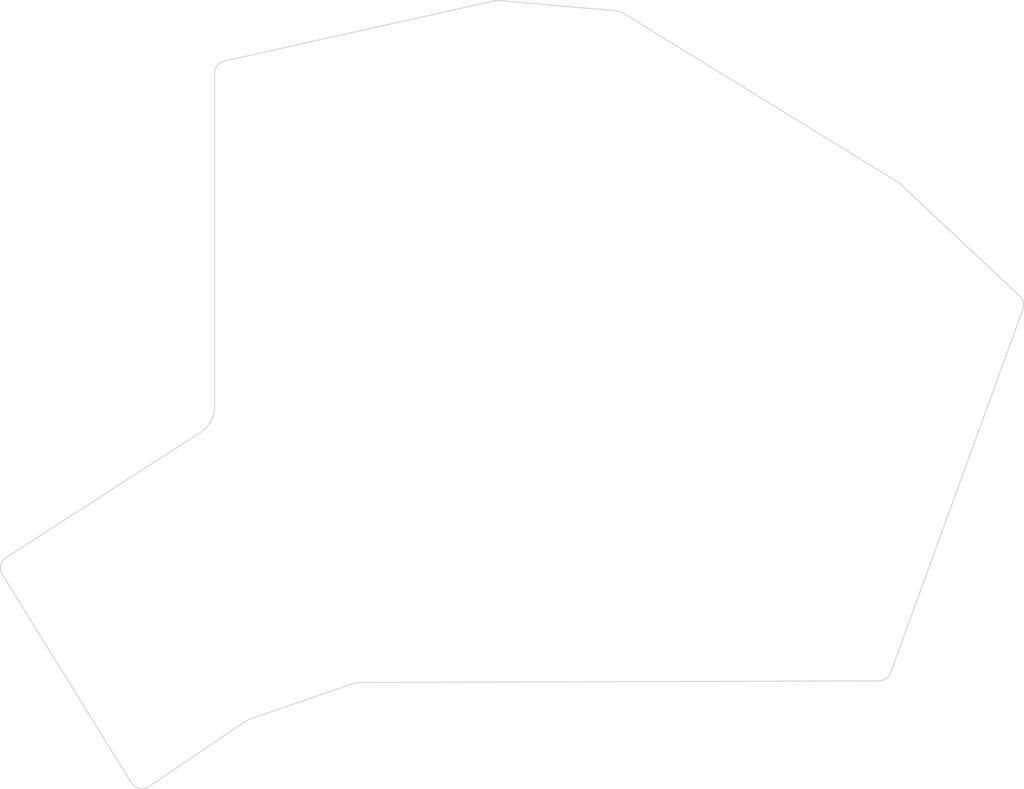
<source format=kicad_pcb>
(kicad_pcb (version 20221018) (generator pcbnew)
  (layers (0 "F.Cu" signal) (31 "B.Cu" signal) (34 "B.Paste" user) (35 "F.Paste" user) (36 "B.SilkS" user "B.Silkscreen") (37 "F.SilkS" user "F.Silkscreen") (38 "B.Mask" user) (39 "F.Mask" user) (44 "Edge.Cuts" user))
  (net 0 "")
  (footprint "Generated:Handy-pcb-outline" (layer "F.Cu") (at 120 90)
    (fp_text reference "REF**" hide)
    (fp_text value "Handy-pcb-outline" hide)
    (fp_line (start -44.908045 29.931551) (end -13.817924 9.91067) (stroke (width 0.15)) (layer "Edge.Cuts"))
    (fp_line (start -24.859452 66.007746) (end -45.52515 32.66673) (stroke (width 0.15)) (layer "Edge.Cuts"))
    (fp_line (start -11.525 5.706893) (end -11.525 -47.625) (stroke (width 0.15)) (layer "Edge.Cuts"))
    (fp_line (start -9.960132 -49.577091) (end 33.326905 -59.226022) (stroke (width 0.15)) (layer "Edge.Cuts"))
    (fp_line (start -6.83235 56.314591) (end -22.038204 66.610176) (stroke (width 0.15)) (layer "Edge.Cuts"))
    (fp_line (start 10.38045 50.205137) (end -5.656913 55.727244) (stroke (width 0.15)) (layer "Edge.Cuts"))
    (fp_line (start 33.936349 -59.26632) (end 52.913858 -57.606003) (stroke (width 0.15)) (layer "Edge.Cuts"))
    (fp_line (start 53.787592 -57.317022) (end 97.90556 -30.172827) (stroke (width 0.15)) (layer "Edge.Cuts"))
    (fp_line (start 94.85292 49.686297) (end 11.993419 49.932752) (stroke (width 0.15)) (layer "Edge.Cuts"))
    (fp_line (start 98.225803 -29.928112) (end 117.390582 -11.951107) (stroke (width 0.15)) (layer "Edge.Cuts"))
    (fp_line (start 117.901679 -9.808373) (end 96.726357 48.370346) (stroke (width 0.15)) (layer "Edge.Cuts"))
    (fp_arc (start -45.52515 32.66673) (mid -45.776175 31.17289) (end -44.908045 29.931551) (stroke (width 0.15)) (layer "Edge.Cuts"))
    (fp_arc (start -22.038204 66.610176) (mid -23.577166 66.909984) (end -24.859452 66.007746) (stroke (width 0.15)) (layer "Edge.Cuts"))
    (fp_arc (start -11.525 -47.625) (mid -11.085491 -48.875947) (end -9.960132 -49.577091) (stroke (width 0.15)) (layer "Edge.Cuts"))
    (fp_arc (start -11.525 5.706893) (mid -12.135502 8.101118) (end -13.817924 9.91067) (stroke (width 0.15)) (layer "Edge.Cuts"))
    (fp_arc (start -6.83235 56.314592) (mid -6.26401 55.982136) (end -5.656913 55.727244) (stroke (width 0.15)) (layer "Edge.Cuts"))
    (fp_arc (start 10.38045 50.205137) (mid 11.17572 50.002535) (end 11.993419 49.932752) (stroke (width 0.15)) (layer "Edge.Cuts"))
    (fp_arc (start 33.326905 -59.226022) (mid 33.63008 -59.269573) (end 33.936349 -59.26632) (stroke (width 0.15)) (layer "Edge.Cuts"))
    (fp_arc (start 52.913858 -57.606003) (mid 53.367573 -57.512451) (end 53.787593 -57.317022) (stroke (width 0.15)) (layer "Edge.Cuts"))
    (fp_arc (start 96.726357 48.370346) (mid 95.99656 49.322902) (end 94.85292 49.686297) (stroke (width 0.15)) (layer "Edge.Cuts"))
    (fp_arc (start 97.90556 -30.172827) (mid 98.071861 -30.058557) (end 98.225803 -29.928112) (stroke (width 0.15)) (layer "Edge.Cuts"))
    (fp_arc (start 117.390582 -11.951107) (mid 117.967717 -10.956447) (end 117.901679 -9.808373) (stroke (width 0.15)) (layer "Edge.Cuts"))
  )
)
</source>
